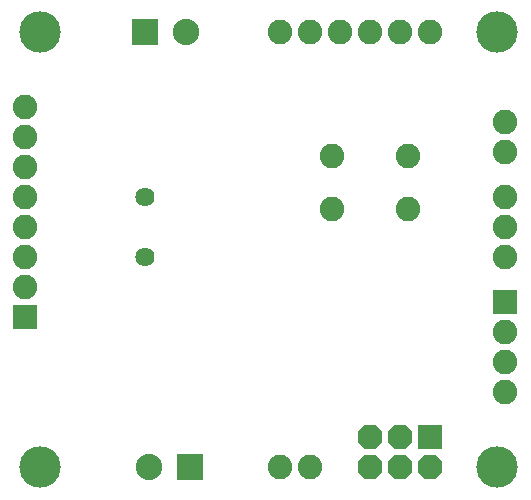
<source format=gbs>
G75*
G70*
%OFA0B0*%
%FSLAX24Y24*%
%IPPOS*%
%LPD*%
%AMOC8*
5,1,8,0,0,1.08239X$1,22.5*
%
%ADD10R,0.0820X0.0820*%
%ADD11OC8,0.0820*%
%ADD12C,0.0820*%
%ADD13R,0.0880X0.0880*%
%ADD14C,0.0880*%
%ADD15C,0.0640*%
%ADD16C,0.1380*%
D10*
X001501Y006641D03*
X015001Y002641D03*
X017501Y007141D03*
D11*
X014001Y002641D03*
X014001Y001641D03*
X015001Y001641D03*
X013001Y001641D03*
X013001Y002641D03*
D12*
X011001Y001641D03*
X010001Y001641D03*
X017501Y004141D03*
X017501Y005141D03*
X017501Y006141D03*
X017501Y008641D03*
X017501Y009641D03*
X017501Y010641D03*
X017501Y012141D03*
X017501Y013141D03*
X014281Y012031D03*
X014281Y010251D03*
X011721Y010251D03*
X011721Y012031D03*
X012001Y016141D03*
X013001Y016141D03*
X014001Y016141D03*
X015001Y016141D03*
X011001Y016141D03*
X010001Y016141D03*
X001501Y013641D03*
X001501Y012641D03*
X001501Y011641D03*
X001501Y010641D03*
X001501Y009641D03*
X001501Y008641D03*
X001501Y007641D03*
D13*
X007001Y001641D03*
X005501Y016141D03*
D14*
X006879Y016141D03*
X005623Y001641D03*
D15*
X005501Y008641D03*
X005501Y010641D03*
D16*
X002001Y001641D03*
X017251Y001641D03*
X017251Y016141D03*
X002001Y016141D03*
M02*

</source>
